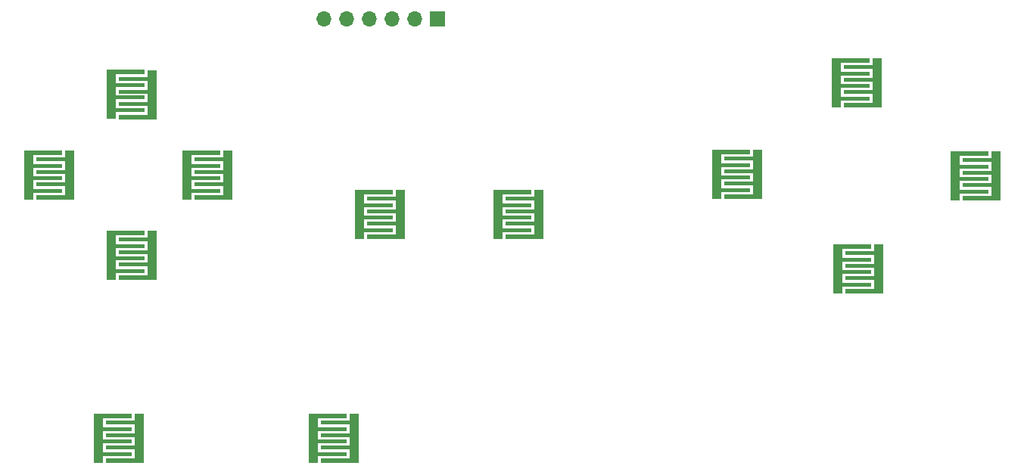
<source format=gts>
G04 #@! TF.GenerationSoftware,KiCad,Pcbnew,8.0.9*
G04 #@! TF.CreationDate,2025-09-21T23:16:37+09:00*
G04 #@! TF.ProjectId,usb_sfc_pad,7573625f-7366-4635-9f70-61642e6b6963,rev?*
G04 #@! TF.SameCoordinates,Original*
G04 #@! TF.FileFunction,Soldermask,Top*
G04 #@! TF.FilePolarity,Negative*
%FSLAX46Y46*%
G04 Gerber Fmt 4.6, Leading zero omitted, Abs format (unit mm)*
G04 Created by KiCad (PCBNEW 8.0.9) date 2025-09-21 23:16:37*
%MOMM*%
%LPD*%
G01*
G04 APERTURE LIST*
G04 Aperture macros list*
%AMFreePoly0*
4,1,19,0.300000,-2.700000,-3.900000,-2.700000,-3.900000,-2.200000,-0.700000,-2.200000,-0.700000,-1.200000,-3.900000,-1.200000,-3.900000,-0.800000,-0.700000,-0.800000,-0.700000,0.200000,-3.900000,0.200000,-3.900000,0.600000,-0.700000,0.600000,-0.700000,1.600000,-3.900000,1.600000,-3.900000,2.000000,-0.700000,2.000000,-0.700000,2.800000,0.300000,2.800000,0.300000,-2.700000,0.300000,-2.700000,
$1*%
%AMFreePoly1*
4,1,19,3.900000,2.200000,0.700000,2.200000,0.700000,1.200000,3.900000,1.200000,3.900000,0.800000,0.700000,0.800000,0.700000,-0.200000,3.900000,-0.200000,3.900000,-0.600000,0.700000,-0.600000,0.700000,-1.600000,3.900000,-1.600000,3.900000,-2.000000,0.700000,-2.000000,0.700000,-2.800000,-0.300000,-2.800000,-0.300000,2.700000,3.900000,2.700000,3.900000,2.200000,3.900000,2.200000,
$1*%
G04 Aperture macros list end*
%ADD10FreePoly0,0.000000*%
%ADD11FreePoly1,0.000000*%
%ADD12FreePoly0,180.000000*%
%ADD13FreePoly1,180.000000*%
%ADD14R,1.700000X1.700000*%
%ADD15O,1.700000X1.700000*%
G04 APERTURE END LIST*
D10*
X144050000Y-111950000D03*
D11*
X139150000Y-111850000D03*
D12*
X109950000Y-136920640D03*
D13*
X114850000Y-137020640D03*
D10*
X107000000Y-107550000D03*
D11*
X102100000Y-107450000D03*
D10*
X124750000Y-107550000D03*
D11*
X119850000Y-107450000D03*
D10*
X197550000Y-118050000D03*
D11*
X192650000Y-117950000D03*
D10*
X116250000Y-116550000D03*
D11*
X111350000Y-116450000D03*
D10*
X116250000Y-98550000D03*
D11*
X111350000Y-98450000D03*
D12*
X133950000Y-136920640D03*
D13*
X138850000Y-137020640D03*
D10*
X183950000Y-107450000D03*
D11*
X179050000Y-107350000D03*
D10*
X210650000Y-107650000D03*
D11*
X205750000Y-107550000D03*
D10*
X159550000Y-111950000D03*
D11*
X154650000Y-111850000D03*
D10*
X197350000Y-97250000D03*
D11*
X192450000Y-97150000D03*
D14*
X148020000Y-90000000D03*
D15*
X145480000Y-90000000D03*
X142940000Y-90000000D03*
X140400000Y-90000000D03*
X137860000Y-90000000D03*
X135320000Y-90000000D03*
M02*

</source>
